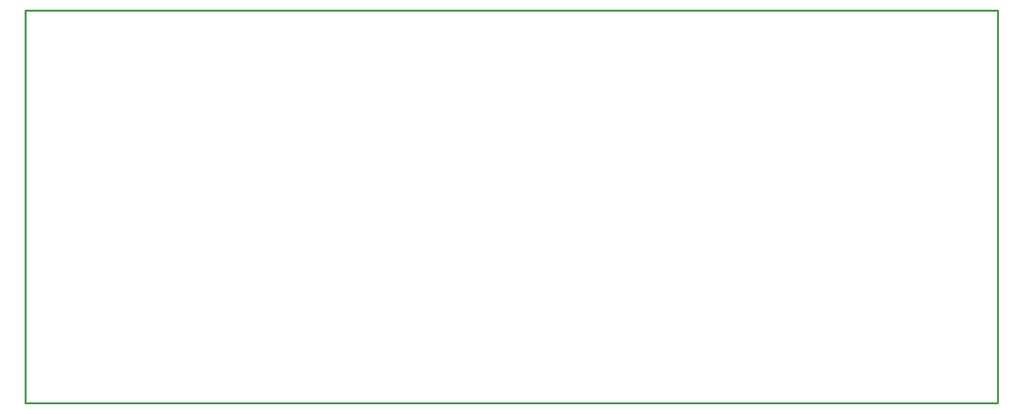
<source format=gbr>
G04 start of page 4 for group 6 idx 6 *
G04 Title: (unknown), outline *
G04 Creator: pcb 1.99z *
G04 CreationDate: Fri 07 Mar 2014 08:36:24 PM GMT UTC *
G04 For: jpuls *
G04 Format: Gerber/RS-274X *
G04 PCB-Dimensions (mil): 5000.00 2020.00 *
G04 PCB-Coordinate-Origin: lower left *
%MOIN*%
%FSLAX25Y25*%
%LNOUTLINE*%
%ADD59C,0.0100*%
G54D59*X0Y202000D02*Y0D01*
X500000D01*
Y202000D01*
X0D01*
M02*

</source>
